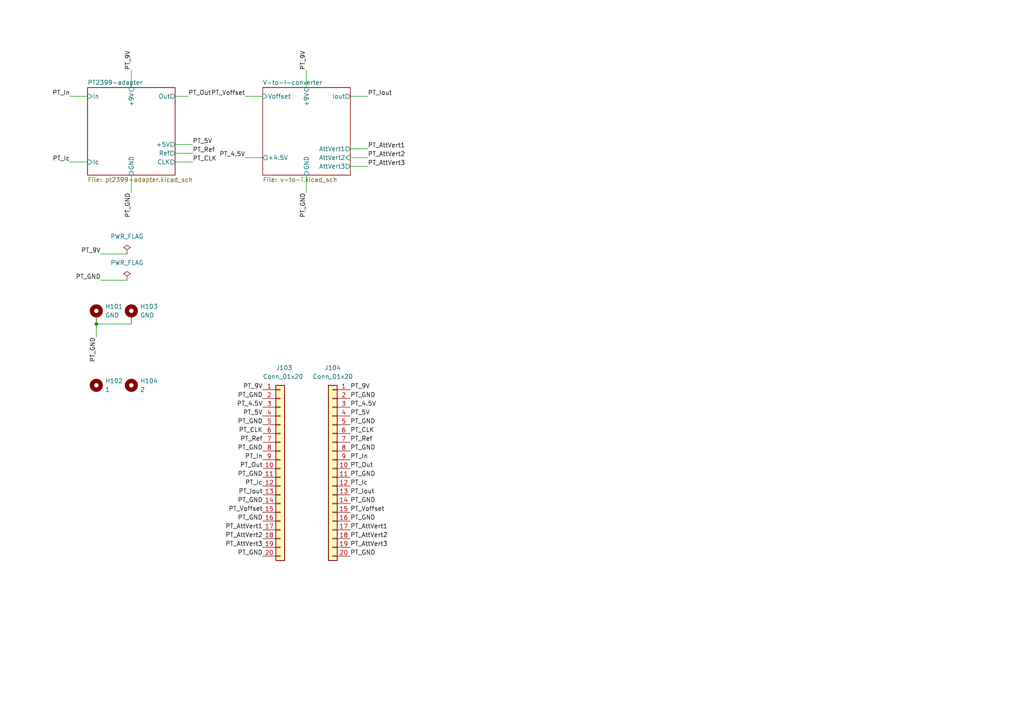
<source format=kicad_sch>
(kicad_sch (version 20211123) (generator eeschema)
  (paper "A4")
  (lib_symbols
    (symbol "Connector_Generic:Conn_01x20" (pin_names (offset 1.016) hide)
      (property "Reference" "J" (at 0 25.4 0))
      (property "Value" "Conn_01x20" (at 0 -27.94 0))
      (symbol "Conn_01x20_1_1"
        (rectangle (start -1.27 -25.273) (end 0 -25.527) (stroke (width 0.1524)))
        (rectangle (start -1.27 -22.733) (end 0 -22.987) (stroke (width 0.1524)))
        (rectangle (start -1.27 -20.193) (end 0 -20.447) (stroke (width 0.1524)))
        (rectangle (start -1.27 -17.653) (end 0 -17.907) (stroke (width 0.1524)))
        (rectangle (start -1.27 -15.113) (end 0 -15.367) (stroke (width 0.1524)))
        (rectangle (start -1.27 -12.573) (end 0 -12.827) (stroke (width 0.1524)))
        (rectangle (start -1.27 -10.033) (end 0 -10.287) (stroke (width 0.1524)))
        (rectangle (start -1.27 -7.493) (end 0 -7.747) (stroke (width 0.1524)))
        (rectangle (start -1.27 -4.953) (end 0 -5.207) (stroke (width 0.1524)))
        (rectangle (start -1.27 -2.413) (end 0 -2.667) (stroke (width 0.1524)))
        (rectangle (start -1.27 0.127) (end 0 -0.127) (stroke (width 0.1524)))
        (rectangle (start -1.27 2.667) (end 0 2.413) (stroke (width 0.1524)))
        (rectangle (start -1.27 5.207) (end 0 4.953) (stroke (width 0.1524)))
        (rectangle (start -1.27 7.747) (end 0 7.493) (stroke (width 0.1524)))
        (rectangle (start -1.27 10.287) (end 0 10.033) (stroke (width 0.1524)))
        (rectangle (start -1.27 12.827) (end 0 12.573) (stroke (width 0.1524)))
        (rectangle (start -1.27 15.367) (end 0 15.113) (stroke (width 0.1524)))
        (rectangle (start -1.27 17.907) (end 0 17.653) (stroke (width 0.1524)))
        (rectangle (start -1.27 20.447) (end 0 20.193) (stroke (width 0.1524)))
        (rectangle (start -1.27 22.987) (end 0 22.733) (stroke (width 0.1524)))
        (rectangle (start -1.27 24.13) (end 1.27 -26.67) (stroke (width 0.254)) (fill (type background)))
        (pin passive line (at -5.08 22.86 0) (length 3.81) (name "Pin_1") (number "1"))
        (pin passive line (at -5.08 0 0) (length 3.81) (name "Pin_10") (number "10"))
        (pin passive line (at -5.08 -2.54 0) (length 3.81) (name "Pin_11") (number "11"))
        (pin passive line (at -5.08 -5.08 0) (length 3.81) (name "Pin_12") (number "12"))
        (pin passive line (at -5.08 -7.62 0) (length 3.81) (name "Pin_13") (number "13"))
        (pin passive line (at -5.08 -10.16 0) (length 3.81) (name "Pin_14") (number "14"))
        (pin passive line (at -5.08 -12.7 0) (length 3.81) (name "Pin_15") (number "15"))
        (pin passive line (at -5.08 -15.24 0) (length 3.81) (name "Pin_16") (number "16"))
        (pin passive line (at -5.08 -17.78 0) (length 3.81) (name "Pin_17") (number "17"))
        (pin passive line (at -5.08 -20.32 0) (length 3.81) (name "Pin_18") (number "18"))
        (pin passive line (at -5.08 -22.86 0) (length 3.81) (name "Pin_19") (number "19"))
        (pin passive line (at -5.08 20.32 0) (length 3.81) (name "Pin_2") (number "2"))
        (pin passive line (at -5.08 -25.4 0) (length 3.81) (name "Pin_20") (number "20"))
        (pin passive line (at -5.08 17.78 0) (length 3.81) (name "Pin_3") (number "3"))
        (pin passive line (at -5.08 15.24 0) (length 3.81) (name "Pin_4") (number "4"))
        (pin passive line (at -5.08 12.7 0) (length 3.81) (name "Pin_5") (number "5"))
        (pin passive line (at -5.08 10.16 0) (length 3.81) (name "Pin_6") (number "6"))
        (pin passive line (at -5.08 7.62 0) (length 3.81) (name "Pin_7") (number "7"))
        (pin passive line (at -5.08 5.08 0) (length 3.81) (name "Pin_8") (number "8"))
        (pin passive line (at -5.08 2.54 0) (length 3.81) (name "Pin_9") (number "9"))
      )
    )
    (symbol "Mechanical:MountingHole" (pin_names (offset 1.016))
      (property "Reference" "H" (at 0 5.08 0))
      (property "Value" "MountingHole" (at 0 3.175 0))
      (symbol "MountingHole_0_1"
        (circle (center 0 0) (radius 1.27) (stroke (width 1.27)))
      )
    )
    (symbol "Mechanical:MountingHole_Pad" (pin_numbers hide) (pin_names (offset 1.016) hide)
      (property "Reference" "H" (at 0 6.35 0))
      (property "Value" "MountingHole_Pad" (at 0 4.445 0))
      (symbol "MountingHole_Pad_0_1"
        (circle (center 0 1.27) (radius 1.27) (stroke (width 1.27)))
      )
      (symbol "MountingHole_Pad_1_1"
        (pin input line (at 0 -2.54 90) (length 2.54) (name "1") (number "1"))
      )
    )
    (symbol "power:PWR_FLAG" (power) (pin_numbers hide) (pin_names (offset 0) hide)
      (property "Value" "PWR_FLAG" (at 0 3.81 0))
      (symbol "PWR_FLAG_0_0"
        (pin power_out line (at 0 0 90) (length 0) (name "pwr") (number "1"))
      )
      (symbol "PWR_FLAG_0_1"
        (polyline (pts (xy 0 0) (xy 0 1.27) (xy -1.016 1.905) (xy 0 2.54) (xy 1.016 1.905) (xy 0 1.27)))
      )
    )
  )
  (junction (at 27.94 93.98))
  (wire (pts (xy 38.1 20.32) (xy 38.1 25.4)))
  (wire (pts (xy 101.6 45.72) (xy 106.68 45.72)))
  (wire (pts (xy 101.6 27.94) (xy 106.68 27.94)))
  (wire (pts (xy 29.21 73.66) (xy 36.83 73.66)))
  (wire (pts (xy 27.94 93.98) (xy 27.94 97.79)))
  (wire (pts (xy 71.12 27.94) (xy 76.2 27.94)))
  (wire (pts (xy 101.6 43.18) (xy 106.68 43.18)))
  (wire (pts (xy 50.8 27.94) (xy 54.61 27.94)))
  (wire (pts (xy 50.8 41.91) (xy 55.88 41.91)))
  (wire (pts (xy 88.9 50.8) (xy 88.9 55.88)))
  (wire (pts (xy 38.1 50.8) (xy 38.1 55.88)))
  (wire (pts (xy 71.12 45.72) (xy 76.2 45.72)))
  (wire (pts (xy 20.32 27.94) (xy 25.4 27.94)))
  (wire (pts (xy 101.6 48.26) (xy 106.68 48.26)))
  (wire (pts (xy 50.8 44.45) (xy 55.88 44.45)))
  (wire (pts (xy 50.8 46.99) (xy 55.88 46.99)))
  (wire (pts (xy 88.9 20.32) (xy 88.9 25.4)))
  (wire (pts (xy 20.32 46.99) (xy 25.4 46.99)))
  (wire (pts (xy 27.94 93.98) (xy 38.1 93.98)))
  (wire (pts (xy 29.21 81.28) (xy 36.83 81.28)))
  (label "PT_Voffset" (at 76.2 148.59 180))
  (label "PT_Out" (at 76.2 135.89 180))
  (label "PT_GND" (at 101.6 161.29 0))
  (label "PT_AttVert2" (at 106.68 45.72 0))
  (label "PT_GND" (at 76.2 161.29 180))
  (label "PT_CLK" (at 101.6 125.73 0))
  (label "PT_Ic" (at 76.2 140.97 180))
  (label "PT_GND" (at 76.2 115.57 180))
  (label "PT_GND" (at 101.6 138.43 0))
  (label "PT_Ref" (at 101.6 128.27 0))
  (label "PT_AttVert1" (at 101.6 153.67 0))
  (label "PT_In" (at 101.6 133.35 0))
  (label "PT_4.5V" (at 71.12 45.72 180))
  (label "PT_AttVert2" (at 76.2 156.21 180))
  (label "PT_CLK" (at 76.2 125.73 180))
  (label "PT_GND" (at 88.9 55.88 270))
  (label "PT_Ref" (at 55.88 44.45 0))
  (label "PT_Iout" (at 106.68 27.94 0))
  (label "PT_Iout" (at 76.2 143.51 180))
  (label "PT_In" (at 20.32 27.94 180))
  (label "PT_AttVert3" (at 76.2 158.75 180))
  (label "PT_Voffset" (at 71.12 27.94 180))
  (label "PT_GND" (at 76.2 151.13 180))
  (label "PT_In" (at 76.2 133.35 180))
  (label "PT_AttVert1" (at 106.68 43.18 0))
  (label "PT_AttVert3" (at 101.6 158.75 0))
  (label "PT_9V" (at 88.9 20.32 90))
  (label "PT_Voffset" (at 101.6 148.59 0))
  (label "PT_AttVert1" (at 76.2 153.67 180))
  (label "PT_Iout" (at 101.6 143.51 0))
  (label "PT_9V" (at 38.1 20.32 90))
  (label "PT_GND" (at 76.2 146.05 180))
  (label "PT_GND" (at 38.1 55.88 270))
  (label "PT_GND" (at 76.2 138.43 180))
  (label "PT_GND" (at 101.6 130.81 0))
  (label "PT_GND" (at 27.94 97.79 270))
  (label "PT_4.5V" (at 101.6 118.11 0))
  (label "PT_Ic" (at 20.32 46.99 180))
  (label "PT_GND" (at 101.6 115.57 0))
  (label "PT_4.5V" (at 76.2 118.11 180))
  (label "PT_9V" (at 101.6 113.03 0))
  (label "PT_AttVert2" (at 101.6 156.21 0))
  (label "PT_GND" (at 76.2 130.81 180))
  (label "PT_9V" (at 76.2 113.03 180))
  (label "PT_9V" (at 29.21 73.66 180))
  (label "PT_GND" (at 101.6 123.19 0))
  (label "PT_Ref" (at 76.2 128.27 180))
  (label "PT_5V" (at 76.2 120.65 180))
  (label "PT_CLK" (at 55.88 46.99 0))
  (label "PT_GND" (at 101.6 151.13 0))
  (label "PT_Out" (at 54.61 27.94 0))
  (label "PT_Ic" (at 101.6 140.97 0))
  (label "PT_GND" (at 101.6 146.05 0))
  (label "PT_AttVert3" (at 106.68 48.26 0))
  (label "PT_5V" (at 101.6 120.65 0))
  (label "PT_5V" (at 55.88 41.91 0))
  (label "PT_GND" (at 76.2 123.19 180))
  (label "PT_Out" (at 101.6 135.89 0))
  (label "PT_GND" (at 29.21 81.28 180))
  (symbol (lib_id "Mechanical:MountingHole") (at 27.94 111.76 0) (unit 1)
    (property "Reference" "H102" (at 30.48 110.4899 0) (effects (justify left)))
    (property "Value" "1" (at 30.48 113.0299 0) (effects (justify left)))
    (property "Footprint" "MountingHole:MountingHole_3.2mm_M3" (effects hide))
  )
  (symbol (lib_id "Mechanical:MountingHole_Pad") (at 38.1 91.44 0) (unit 1)
    (property "Reference" "H103" (at 40.64 88.8999 0) (effects (justify left)))
    (property "Value" "GND" (at 40.64 91.4399 0) (effects (justify left)))
    (property "Footprint" "MountingHole:MountingHole_3.2mm_M3_ISO14580_Pad" (effects hide))
  )
  (symbol (lib_id "power:PWR_FLAG") (at 36.83 81.28 0) (unit 1)
    (property "Reference" "#FLG0102" (effects hide))
    (property "Value" "PWR_FLAG" (at 36.83 76.2 0))
  )
  (symbol (lib_id "Mechanical:MountingHole") (at 38.1 111.76 0) (unit 1)
    (property "Reference" "H104" (at 40.64 110.4899 0) (effects (justify left)))
    (property "Value" "2" (at 40.64 113.0299 0) (effects (justify left)))
    (property "Footprint" "MountingHole:MountingHole_3.2mm_M3" (effects hide))
  )
  (symbol (lib_id "power:PWR_FLAG") (at 36.83 73.66 0) (unit 1)
    (property "Reference" "#FLG0101" (effects hide))
    (property "Value" "PWR_FLAG" (at 36.83 68.58 0))
  )
  (symbol (lib_id "Connector_Generic:Conn_01x20") (at 81.28 135.89 0) (unit 1)
    (property "Reference" "J103" (at 80.01 106.68 0) (effects (justify left)))
    (property "Value" "Conn_01x20" (at 76.2 109.22 0) (effects (justify left)))
    (property "Footprint" "Connector_PinSocket_2.54mm:PinSocket_1x20_P2.54mm_Vertical" (effects hide))
  )
  (symbol (lib_id "Connector_Generic:Conn_01x20") (at 96.52 135.89 0) (mirror y) (unit 1)
    (property "Reference" "J104" (at 96.52 106.68 0))
    (property "Value" "Conn_01x20" (at 96.52 109.22 0))
    (property "Footprint" "Connector_PinSocket_2.54mm:PinSocket_1x20_P2.54mm_Vertical" (effects hide))
  )
  (symbol (lib_id "Mechanical:MountingHole_Pad") (at 27.94 91.44 0) (unit 1)
    (property "Reference" "H101" (at 30.48 88.8999 0) (effects (justify left)))
    (property "Value" "GND" (at 30.48 91.4399 0) (effects (justify left)))
    (property "Footprint" "MountingHole:MountingHole_3.2mm_M3_ISO14580_Pad" (effects hide))
  )
  (sheet (at 76.2 25.4) (size 25.4 25.4) (stroke (width 0.1524))
    (property "Sheet name" "V-to-I-converter" (at 76.2 24.6884 0) (effects (justify left bottom)))
    (property "Sheet file" "v-to-i.kicad_sch" (at 76.2 51.3846 0) (effects (justify left top)))
    (pin "GND" input (at 88.9 50.8 270))
    (pin "+9V" input (at 88.9 25.4 90))
    (pin "Iout" output (at 101.6 27.94 0))
    (pin "AttVert3" output (at 101.6 48.26 0))
    (pin "Voffset" input (at 76.2 27.94 180))
    (pin "AttVert2" input (at 101.6 45.72 0))
    (pin "+4.5V" output (at 76.2 45.72 180))
    (pin "AttVert1" output (at 101.6 43.18 0))
  )
  (sheet (at 25.4 25.4) (size 25.4 25.4) (stroke (width 0.1524))
    (property "Sheet name" "PT2399-adapter" (at 25.4 24.6884 0) (effects (justify left bottom)))
    (property "Sheet file" "pt2399-adapter.kicad_sch" (at 25.4 51.3846 0) (effects (justify left top)))
    (pin "CLK" output (at 50.8 46.99 0))
    (pin "GND" input (at 38.1 50.8 270))
    (pin "Ref" output (at 50.8 44.45 0))
    (pin "+5V" output (at 50.8 41.91 0))
    (pin "Out" output (at 50.8 27.94 0))
    (pin "In" input (at 25.4 27.94 180))
    (pin "Ic" input (at 25.4 46.99 180))
    (pin "+9V" input (at 38.1 25.4 90))
  )
)
</source>
